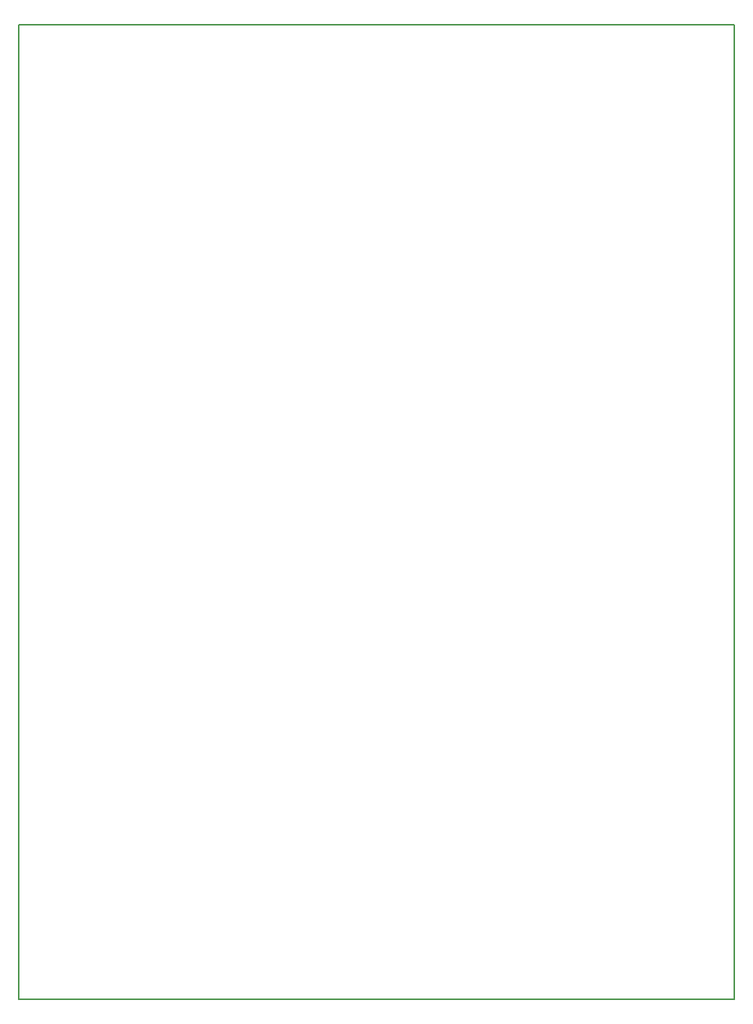
<source format=gbr>
%TF.GenerationSoftware,KiCad,Pcbnew,(5.0.1)-3*%
%TF.CreationDate,2020-04-13T20:04:37+01:00*%
%TF.ProjectId,pcb,7063622E6B696361645F706362000000,rev?*%
%TF.SameCoordinates,Original*%
%TF.FileFunction,Profile,NP*%
%FSLAX46Y46*%
G04 Gerber Fmt 4.6, Leading zero omitted, Abs format (unit mm)*
G04 Created by KiCad (PCBNEW (5.0.1)-3) date 13/04/2020 20:04:37*
%MOMM*%
%LPD*%
G01*
G04 APERTURE LIST*
%ADD10C,0.150000*%
G04 APERTURE END LIST*
D10*
X12500000Y-122500000D02*
X12500000Y-12500000D01*
X93400000Y-122500000D02*
X12500000Y-122500000D01*
X93400000Y-12500000D02*
X93400000Y-122500000D01*
X12500000Y-12500000D02*
X93400000Y-12500000D01*
M02*

</source>
